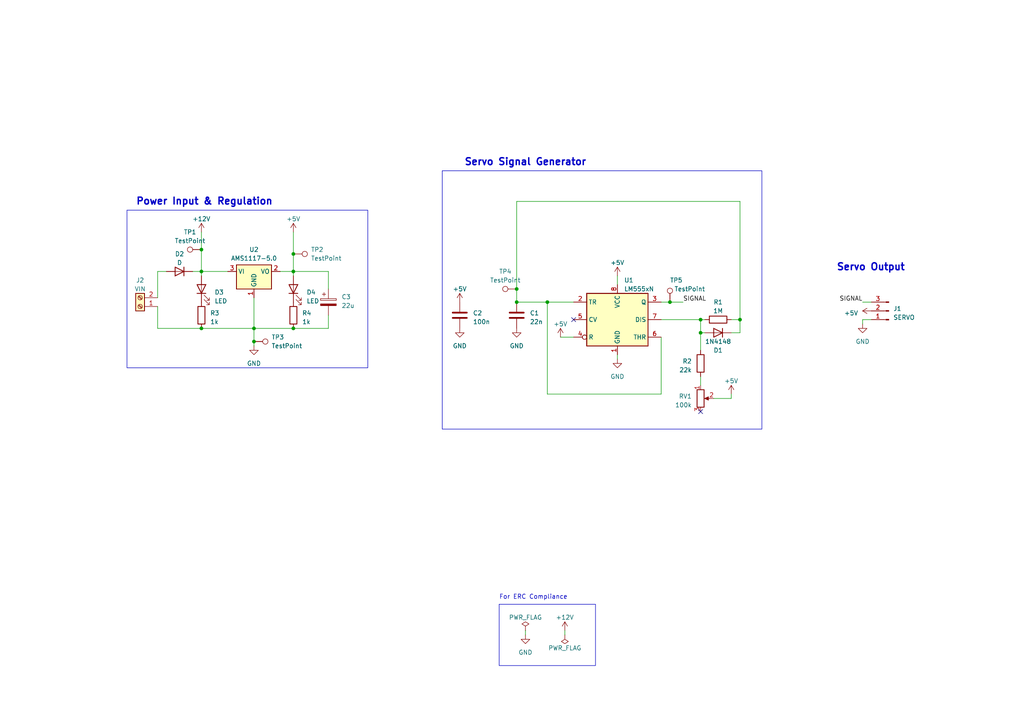
<source format=kicad_sch>
(kicad_sch (version 20230121) (generator eeschema)
  (paper "A4")
  (title_block (title "Servo Controller 555") (company "NU Teams") (comment 1 "Michael Ruppe"))
  (lib_symbols
    (symbol "Connector:Conn_01x03_Pin" (pin_names (offset 1.016) hide)
      (property "Reference" "J" (at 0 5.08 0))
      (property "Value" "Conn_01x03_Pin" (at 0 -5.08 0))
      (symbol "Conn_01x03_Pin_1_1"
        (polyline (pts (xy 1.27 -2.54) (xy 0.8636 -2.54)) (stroke (width 0.1524)))
        (polyline (pts (xy 1.27 0) (xy 0.8636 0)) (stroke (width 0.1524)))
        (polyline (pts (xy 1.27 2.54) (xy 0.8636 2.54)) (stroke (width 0.1524)))
        (rectangle (start 0.8636 -2.413) (end 0 -2.667) (stroke (width 0.1524)) (fill (type outline)))
        (rectangle (start 0.8636 0.127) (end 0 -0.127) (stroke (width 0.1524)) (fill (type outline)))
        (rectangle (start 0.8636 2.667) (end 0 2.413) (stroke (width 0.1524)) (fill (type outline)))
        (pin passive line (at 5.08 2.54 180) (length 3.81) (name "Pin_1") (number "1"))
        (pin passive line (at 5.08 0 180) (length 3.81) (name "Pin_2") (number "2"))
        (pin passive line (at 5.08 -2.54 180) (length 3.81) (name "Pin_3") (number "3"))
      )
    )
    (symbol "Connector:Screw_Terminal_01x02" (pin_names (offset 1.016) hide)
      (property "Reference" "J" (at 0 2.54 0))
      (property "Value" "Screw_Terminal_01x02" (at 0 -5.08 0))
      (symbol "Screw_Terminal_01x02_1_1"
        (rectangle (start -1.27 1.27) (end 1.27 -3.81) (stroke (width 0.254)) (fill (type background)))
        (circle (center 0 -2.54) (radius 0.635) (stroke (width 0.1524)))
        (polyline (pts (xy -0.5334 -2.2098) (xy 0.3302 -3.048)) (stroke (width 0.1524)))
        (polyline (pts (xy -0.5334 0.3302) (xy 0.3302 -0.508)) (stroke (width 0.1524)))
        (polyline (pts (xy -0.3556 -2.032) (xy 0.508 -2.8702)) (stroke (width 0.1524)))
        (polyline (pts (xy -0.3556 0.508) (xy 0.508 -0.3302)) (stroke (width 0.1524)))
        (circle (center 0 0) (radius 0.635) (stroke (width 0.1524)))
        (pin passive line (at -5.08 0 0) (length 3.81) (name "Pin_1") (number "1"))
        (pin passive line (at -5.08 -2.54 0) (length 3.81) (name "Pin_2") (number "2"))
      )
    )
    (symbol "Connector:TestPoint" (pin_numbers hide) (pin_names (offset 0.762) hide)
      (property "Reference" "TP" (at 0 6.858 0))
      (property "Value" "TestPoint" (at 0 5.08 0))
      (symbol "TestPoint_0_1"
        (circle (center 0 3.302) (radius 0.762))
      )
      (symbol "TestPoint_1_1"
        (pin passive line (at 0 0 90) (length 2.54) (name "1") (number "1"))
      )
    )
    (symbol "Device:C" (pin_numbers hide) (pin_names (offset 0.254))
      (property "Reference" "C" (at 0.635 2.54 0))
      (property "Value" "C" (at 0.635 -2.54 0))
      (symbol "C_0_1"
        (polyline (pts (xy -2.032 -0.762) (xy 2.032 -0.762)) (stroke (width 0.508)))
        (polyline (pts (xy -2.032 0.762) (xy 2.032 0.762)) (stroke (width 0.508)))
      )
      (symbol "C_1_1"
        (pin passive line (at 0 3.81 270) (length 2.794) (name "~") (number "1"))
        (pin passive line (at 0 -3.81 90) (length 2.794) (name "~") (number "2"))
      )
    )
    (symbol "Device:C_Polarized" (pin_numbers hide) (pin_names (offset 0.254))
      (property "Reference" "C" (at 0.635 2.54 0))
      (property "Value" "C_Polarized" (at 0.635 -2.54 0))
      (symbol "C_Polarized_0_1"
        (rectangle (start -2.286 0.508) (end 2.286 1.016))
        (polyline (pts (xy -1.778 2.286) (xy -0.762 2.286)))
        (polyline (pts (xy -1.27 2.794) (xy -1.27 1.778)))
        (rectangle (start 2.286 -0.508) (end -2.286 -1.016) (fill (type outline)))
      )
      (symbol "C_Polarized_1_1"
        (pin passive line (at 0 3.81 270) (length 2.794) (name "~") (number "1"))
        (pin passive line (at 0 -3.81 90) (length 2.794) (name "~") (number "2"))
      )
    )
    (symbol "Device:D" (pin_numbers hide) (pin_names (offset 1.016) hide)
      (property "Reference" "D" (at 0 2.54 0))
      (property "Value" "D" (at 0 -2.54 0))
      (symbol "D_0_1"
        (polyline (pts (xy -1.27 1.27) (xy -1.27 -1.27)) (stroke (width 0.254)))
        (polyline (pts (xy 1.27 0) (xy -1.27 0)))
        (polyline (pts (xy 1.27 1.27) (xy 1.27 -1.27) (xy -1.27 0) (xy 1.27 1.27)) (stroke (width 0.254)))
      )
      (symbol "D_1_1"
        (pin passive line (at -3.81 0 0) (length 2.54) (name "K") (number "1"))
        (pin passive line (at 3.81 0 180) (length 2.54) (name "A") (number "2"))
      )
    )
    (symbol "Device:LED" (pin_numbers hide) (pin_names (offset 1.016) hide)
      (property "Reference" "D" (at 0 2.54 0))
      (property "Value" "LED" (at 0 -2.54 0))
      (symbol "LED_0_1"
        (polyline (pts (xy -1.27 -1.27) (xy -1.27 1.27)) (stroke (width 0.254)))
        (polyline (pts (xy -1.27 0) (xy 1.27 0)))
        (polyline (pts (xy 1.27 -1.27) (xy 1.27 1.27) (xy -1.27 0) (xy 1.27 -1.27)) (stroke (width 0.254)))
        (polyline (pts (xy -3.048 -0.762) (xy -4.572 -2.286) (xy -3.81 -2.286) (xy -4.572 -2.286) (xy -4.572 -1.524)))
        (polyline (pts (xy -1.778 -0.762) (xy -3.302 -2.286) (xy -2.54 -2.286) (xy -3.302 -2.286) (xy -3.302 -1.524)))
      )
      (symbol "LED_1_1"
        (pin passive line (at -3.81 0 0) (length 2.54) (name "K") (number "1"))
        (pin passive line (at 3.81 0 180) (length 2.54) (name "A") (number "2"))
      )
    )
    (symbol "Device:R" (pin_numbers hide) (pin_names (offset 0))
      (property "Reference" "R" (at 2.032 0 90))
      (property "Value" "R" (at 0 0 90))
      (symbol "R_0_1"
        (rectangle (start -1.016 -2.54) (end 1.016 2.54) (stroke (width 0.254)))
      )
      (symbol "R_1_1"
        (pin passive line (at 0 3.81 270) (length 1.27) (name "~") (number "1"))
        (pin passive line (at 0 -3.81 90) (length 1.27) (name "~") (number "2"))
      )
    )
    (symbol "Device:R_Potentiometer" (pin_names (offset 1.016) hide)
      (property "Reference" "RV" (at -4.445 0 90))
      (property "Value" "R_Potentiometer" (at -2.54 0 90))
      (symbol "R_Potentiometer_0_1"
        (polyline (pts (xy 2.54 0) (xy 1.524 0)))
        (polyline (pts (xy 1.143 0) (xy 2.286 0.508) (xy 2.286 -0.508) (xy 1.143 0)) (fill (type outline)))
        (rectangle (start 1.016 2.54) (end -1.016 -2.54) (stroke (width 0.254)))
      )
      (symbol "R_Potentiometer_1_1"
        (pin passive line (at 0 3.81 270) (length 1.27) (name "1") (number "1"))
        (pin passive line (at 3.81 0 180) (length 1.27) (name "2") (number "2"))
        (pin passive line (at 0 -3.81 90) (length 1.27) (name "3") (number "3"))
      )
    )
    (symbol "Regulator_Linear:AMS1117-5.0"
      (property "Reference" "U" (at -3.81 3.175 0))
      (property "Value" "AMS1117-5.0" (at 0 3.175 0))
      (symbol "AMS1117-5.0_0_1"
        (rectangle (start -5.08 -5.08) (end 5.08 1.905) (stroke (width 0.254)) (fill (type background)))
      )
      (symbol "AMS1117-5.0_1_1"
        (pin power_in line (at 0 -7.62 90) (length 2.54) (name "GND") (number "1"))
        (pin power_out line (at 7.62 0 180) (length 2.54) (name "VO") (number "2"))
        (pin power_in line (at -7.62 0 0) (length 2.54) (name "VI") (number "3"))
      )
    )
    (symbol "Timer:LM555xN"
      (property "Reference" "U" (at -10.16 8.89 0))
      (property "Value" "LM555xN" (at 2.54 8.89 0))
      (symbol "LM555xN_0_0"
        (pin power_in line (at 0 -10.16 90) (length 2.54) (name "GND") (number "1"))
        (pin power_in line (at 0 10.16 270) (length 2.54) (name "VCC") (number "8"))
      )
      (symbol "LM555xN_0_1"
        (rectangle (start -8.89 -7.62) (end 8.89 7.62) (stroke (width 0.254)) (fill (type background)))
        (rectangle (start -8.89 -7.62) (end 8.89 7.62) (stroke (width 0.254)) (fill (type background)))
      )
      (symbol "LM555xN_1_1"
        (pin input line (at -12.7 5.08 0) (length 3.81) (name "TR") (number "2"))
        (pin output line (at 12.7 5.08 180) (length 3.81) (name "Q") (number "3"))
        (pin input inverted (at -12.7 -5.08 0) (length 3.81) (name "R") (number "4"))
        (pin input line (at -12.7 0 0) (length 3.81) (name "CV") (number "5"))
        (pin input line (at 12.7 -5.08 180) (length 3.81) (name "THR") (number "6"))
        (pin input line (at 12.7 0 180) (length 3.81) (name "DIS") (number "7"))
      )
    )
    (symbol "power:+12V" (power) (pin_names (offset 0))
      (property "Value" "+12V" (at 0 3.556 0))
      (symbol "+12V_0_1"
        (polyline (pts (xy -0.762 1.27) (xy 0 2.54)))
        (polyline (pts (xy 0 0) (xy 0 2.54)))
        (polyline (pts (xy 0 2.54) (xy 0.762 1.27)))
      )
      (symbol "+12V_1_1"
        (pin power_in line (at 0 0 90) (length 0) hide (name "+12V") (number "1"))
      )
    )
    (symbol "power:+5V" (power) (pin_names (offset 0))
      (property "Value" "+5V" (at 0 3.556 0))
      (symbol "+5V_0_1"
        (polyline (pts (xy -0.762 1.27) (xy 0 2.54)))
        (polyline (pts (xy 0 0) (xy 0 2.54)))
        (polyline (pts (xy 0 2.54) (xy 0.762 1.27)))
      )
      (symbol "+5V_1_1"
        (pin power_in line (at 0 0 90) (length 0) hide (name "+5V") (number "1"))
      )
    )
    (symbol "power:GND" (power) (pin_names (offset 0))
      (property "Value" "GND" (at 0 -3.81 0))
      (symbol "GND_0_1"
        (polyline (pts (xy 0 0) (xy 0 -1.27) (xy 1.27 -1.27) (xy 0 -2.54) (xy -1.27 -1.27) (xy 0 -1.27)))
      )
      (symbol "GND_1_1"
        (pin power_in line (at 0 0 270) (length 0) hide (name "GND") (number "1"))
      )
    )
    (symbol "power:PWR_FLAG" (power) (pin_numbers hide) (pin_names (offset 0) hide)
      (property "Value" "PWR_FLAG" (at 0 3.81 0))
      (symbol "PWR_FLAG_0_0"
        (pin power_out line (at 0 0 90) (length 0) (name "pwr") (number "1"))
      )
      (symbol "PWR_FLAG_0_1"
        (polyline (pts (xy 0 0) (xy 0 1.27) (xy -1.016 1.905) (xy 0 2.54) (xy 1.016 1.905) (xy 0 1.27)))
      )
    )
  )
  (junction (at 58.42 72.39))
  (junction (at 203.2 96.52))
  (junction (at 85.09 78.74))
  (junction (at 149.86 87.63))
  (junction (at 158.75 87.63))
  (junction (at 58.42 78.74))
  (junction (at 194.31 87.63))
  (junction (at 73.66 95.25))
  (junction (at 73.66 99.06))
  (junction (at 214.63 92.71))
  (junction (at 85.09 73.66))
  (junction (at 85.09 95.25))
  (junction (at 149.86 83.82))
  (junction (at 58.42 95.25))
  (junction (at 203.2 92.71))
  (no_connect (at 203.2 119.38))
  (no_connect (at 166.37 92.71))
  (wire (pts (xy 250.19 87.63) (xy 252.73 87.63)))
  (wire (pts (xy 55.88 78.74) (xy 58.42 78.74)))
  (wire (pts (xy 250.19 93.98) (xy 250.19 92.71)))
  (wire (pts (xy 212.09 92.71) (xy 214.63 92.71)))
  (wire (pts (xy 194.31 87.63) (xy 198.12 87.63)))
  (wire (pts (xy 207.01 115.57) (xy 212.09 115.57)))
  (wire (pts (xy 85.09 67.31) (xy 85.09 73.66)))
  (wire (pts (xy 58.42 78.74) (xy 58.42 80.01)))
  (wire (pts (xy 191.77 92.71) (xy 203.2 92.71)))
  (wire (pts (xy 73.66 95.25) (xy 85.09 95.25)))
  (wire (pts (xy 149.86 87.63) (xy 149.86 83.82)))
  (wire (pts (xy 73.66 99.06) (xy 73.66 95.25)))
  (wire (pts (xy 45.72 86.36) (xy 45.72 78.74)))
  (wire (pts (xy 73.66 100.33) (xy 73.66 99.06)))
  (wire (pts (xy 203.2 96.52) (xy 203.2 92.71)))
  (wire (pts (xy 214.63 92.71) (xy 214.63 96.52)))
  (wire (pts (xy 158.75 87.63) (xy 158.75 114.3)))
  (wire (pts (xy 149.86 87.63) (xy 158.75 87.63)))
  (wire (pts (xy 149.86 58.42) (xy 214.63 58.42)))
  (wire (pts (xy 58.42 72.39) (xy 58.42 78.74)))
  (wire (pts (xy 158.75 87.63) (xy 166.37 87.63)))
  (wire (pts (xy 204.47 96.52) (xy 203.2 96.52)))
  (wire (pts (xy 45.72 88.9) (xy 45.72 95.25)))
  (wire (pts (xy 85.09 73.66) (xy 85.09 78.74)))
  (wire (pts (xy 58.42 67.31) (xy 58.42 72.39)))
  (wire (pts (xy 152.4 182.88) (xy 152.4 184.15)))
  (wire (pts (xy 85.09 95.25) (xy 95.25 95.25)))
  (wire (pts (xy 214.63 96.52) (xy 212.09 96.52)))
  (wire (pts (xy 45.72 78.74) (xy 48.26 78.74)))
  (wire (pts (xy 203.2 92.71) (xy 204.47 92.71)))
  (wire (pts (xy 162.56 97.79) (xy 166.37 97.79)))
  (wire (pts (xy 214.63 58.42) (xy 214.63 92.71)))
  (wire (pts (xy 179.07 80.01) (xy 179.07 82.55)))
  (wire (pts (xy 203.2 109.22) (xy 203.2 111.76)))
  (wire (pts (xy 58.42 95.25) (xy 73.66 95.25)))
  (wire (pts (xy 179.07 102.87) (xy 179.07 104.14)))
  (wire (pts (xy 250.19 92.71) (xy 252.73 92.71)))
  (wire (pts (xy 158.75 114.3) (xy 191.77 114.3)))
  (wire (pts (xy 163.83 182.88) (xy 163.83 184.15)))
  (wire (pts (xy 149.86 83.82) (xy 149.86 58.42)))
  (wire (pts (xy 85.09 78.74) (xy 95.25 78.74)))
  (wire (pts (xy 191.77 114.3) (xy 191.77 97.79)))
  (wire (pts (xy 58.42 78.74) (xy 66.04 78.74)))
  (wire (pts (xy 95.25 95.25) (xy 95.25 91.44)))
  (wire (pts (xy 95.25 78.74) (xy 95.25 83.82)))
  (wire (pts (xy 81.28 78.74) (xy 85.09 78.74)))
  (wire (pts (xy 45.72 95.25) (xy 58.42 95.25)))
  (wire (pts (xy 212.09 115.57) (xy 212.09 114.3)))
  (wire (pts (xy 203.2 96.52) (xy 203.2 101.6)))
  (wire (pts (xy 191.77 87.63) (xy 194.31 87.63)))
  (wire (pts (xy 85.09 78.74) (xy 85.09 80.01)))
  (wire (pts (xy 73.66 95.25) (xy 73.66 86.36)))
  (rectangle (start 128.27 49.53) (end 220.98 124.46))
  (rectangle (start 36.83 60.96) (end 106.68 106.68))
  (rectangle (start 144.78 175.26) (end 172.72 193.04))
  (text "For ERC Compliance" (at 144.78 173.99 0) (effects (font (size 1.27 1.27)) (justify left bottom)))
  (text "Servo Output" (at 242.57 78.74 0) (effects (font (size 2 2) (thickness 0.4) bold) (justify left bottom)))
  (text "Power Input & Regulation" (at 39.37 59.69 0) (effects (font (size 2 2) (thickness 0.4) bold) (justify left bottom)))
  (text "Servo Signal Generator" (at 134.62 48.26 0) (effects (font (size 2 2) (thickness 0.4) bold) (justify left bottom)))
  (label "SIGNAL" (at 198.12 87.63 0))
  (label "SIGNAL" (at 250.19 87.63 180))
  (symbol (lib_id "Device:R") (at 203.2 105.41 0) (mirror x) (unit 1)
    (property "Reference" "R2" (at 200.66 104.775 0) (effects (justify right)))
    (property "Value" "22k" (at 200.66 107.315 0) (effects (justify right)))
    (property "Footprint" "Resistor_THT:R_Axial_DIN0204_L3.6mm_D1.6mm_P7.62mm_Horizontal" (effects hide))
    (property "Link" "https://www.lcsc.com/product-detail/Through-Hole-Resistors_VO-MO1-4W-22K-5-ST52_C479388.html" (effects hide))
  )
  (symbol (lib_id "Device:LED") (at 85.09 83.82 90) (unit 1)
    (property "Reference" "D4" (at 88.9 84.7725 90) (effects (justify right)))
    (property "Value" "LED" (at 88.9 87.3125 90) (effects (justify right)))
    (property "Footprint" "LED_THT:LED_D5.0mm" (effects hide))
    (property "Link" "https://www.lcsc.com/product-detail/Light-Emitting-Diodes-span-style-background-color-ff0-LED-span_XINGLIGHT-XL-502SURD_C2895492.html" (effects hide))
  )
  (symbol (lib_id "Connector:TestPoint") (at 149.86 83.82 90) (unit 1)
    (property "Reference" "TP4" (at 146.558 78.74 90))
    (property "Value" "TestPoint" (at 146.558 81.28 90))
    (property "Footprint" "TestPoint:TestPoint_Loop_D1.80mm_Drill1.0mm_Beaded" (effects hide))
    (property "Datasheet" "https://www.keyelco.com/product-pdf.cfm?p=1309" (effects hide))
    (property "Link" "https://www.lcsc.com/product-detail/Thimble-Copper-Rod-span-style-background-color-ff0-Test-span-Ring_ronghe-RH-5002_C5199802.html" (effects hide))
  )
  (symbol (lib_id "power:GND") (at 73.66 100.33 0) (unit 1)
    (property "Reference" "#PWR010" (effects hide))
    (property "Value" "GND" (at 73.66 105.41 0))
  )
  (symbol (lib_id "power:+5V") (at 162.56 97.79 0) (unit 1)
    (property "Reference" "#PWR05" (effects hide))
    (property "Value" "+5V" (at 162.56 93.98 0))
  )
  (symbol (lib_id "Device:R") (at 85.09 91.44 0) (unit 1)
    (property "Reference" "R4" (at 87.63 90.805 0) (effects (justify left)))
    (property "Value" "1k" (at 87.63 93.345 0) (effects (justify left)))
    (property "Footprint" "Resistor_THT:R_Axial_DIN0204_L3.6mm_D1.6mm_P7.62mm_Horizontal" (effects hide))
    (property "Link" "https://www.lcsc.com/product-detail/Through-Hole-Resistors_Huaxing-Mechanical-Elec-MF1-4W-1K-1-T52_C713997.html" (effects hide))
  )
  (symbol (lib_id "Device:C") (at 149.86 91.44 0) (unit 1)
    (property "Reference" "C1" (at 153.67 90.805 0) (effects (justify left)))
    (property "Value" "22n" (at 153.67 93.345 0) (effects (justify left)))
    (property "Footprint" "Capacitor_THT:C_Disc_D3.8mm_W2.6mm_P2.50mm" (effects hide))
    (property "Link" "https://www.lcsc.com/product-detail/Ceramic-Disc-Capacitors_Dersonic-CC1H223ZA1FD3F4D10MF_C254098.html" (effects hide))
  )
  (symbol (lib_id "Device:C") (at 133.35 91.44 0) (unit 1)
    (property "Reference" "C2" (at 137.16 90.805 0) (effects (justify left)))
    (property "Value" "100n" (at 137.16 93.345 0) (effects (justify left)))
    (property "Footprint" "Capacitor_THT:C_Disc_D3.8mm_W2.6mm_P2.50mm" (effects hide))
    (property "Link" "https://www.lcsc.com/product-detail/Ceramic-Disc-Capacitors_Dersonic-CC1H104ZA1ED3F5P1100_C2832506.html" (effects hide))
  )
  (symbol (lib_id "power:GND") (at 133.35 95.25 0) (unit 1)
    (property "Reference" "#PWR06" (effects hide))
    (property "Value" "GND" (at 133.35 100.33 0))
  )
  (symbol (lib_id "Device:R_Potentiometer") (at 203.2 115.57 0) (unit 1)
    (property "Reference" "RV1" (at 200.66 114.935 0) (effects (justify right)))
    (property "Value" "100k" (at 200.66 117.475 0) (effects (justify right)))
    (property "Footprint" "Potentiometer_THT:Potentiometer_Bourns_PTV09A-1_Single_Vertical" (effects hide))
    (property "Link" "https://www.digikey.com.au/en/products/detail/bourns-inc/PTV09A-4025F-B104/3820577?s=N4IgTCBcDaIA4BcBuAGAnAQwLQBYVgFYAzLAIwEYUcQBdAXyA" (effects hide))
  )
  (symbol (lib_id "Device:R") (at 58.42 91.44 0) (unit 1)
    (property "Reference" "R3" (at 60.96 90.805 0) (effects (justify left)))
    (property "Value" "1k" (at 60.96 93.345 0) (effects (justify left)))
    (property "Footprint" "Resistor_SMD:R_1206_3216Metric" (effects hide))
    (property "Link" "https://www.lcsc.com/product-detail/Chip-span-style-background-color-ff0-Resistor-span-Surface-Mount_VO-SCR1206J1K_C3018015.html" (effects hide))
  )
  (symbol (lib_id "power:PWR_FLAG") (at 152.4 182.88 0) (unit 1)
    (property "Reference" "#FLG01" (effects hide))
    (property "Value" "PWR_FLAG" (at 152.4 179.07 0))
  )
  (symbol (lib_id "power:+12V") (at 58.42 67.31 0) (unit 1)
    (property "Reference" "#PWR012" (effects hide))
    (property "Value" "+12V" (at 58.42 63.5 0))
  )
  (symbol (lib_id "power:GND") (at 149.86 95.25 0) (unit 1)
    (property "Reference" "#PWR03" (effects hide))
    (property "Value" "GND" (at 149.86 100.33 0))
  )
  (symbol (lib_id "Connector:TestPoint") (at 194.31 87.63 0) (unit 1)
    (property "Reference" "TP5" (at 194.31 81.28 0) (effects (justify left)))
    (property "Value" "TestPoint" (at 195.58 83.82 0) (effects (justify left)))
    (property "Footprint" "TestPoint:TestPoint_Loop_D1.80mm_Drill1.0mm_Beaded" (effects hide))
    (property "Datasheet" "https://www.keyelco.com/product-pdf.cfm?p=1309" (effects hide))
    (property "Link" "https://www.lcsc.com/product-detail/Thimble-Copper-Rod-span-style-background-color-ff0-Test-span-Ring_ronghe-RH-5002_C5199802.html" (effects hide))
  )
  (symbol (lib_id "Connector:TestPoint") (at 85.09 73.66 270) (unit 1)
    (property "Reference" "TP2" (at 90.17 72.39 90) (effects (justify left)))
    (property "Value" "TestPoint" (at 90.17 74.93 90) (effects (justify left)))
    (property "Footprint" "TestPoint:TestPoint_Loop_D1.80mm_Drill1.0mm_Beaded" (effects hide))
    (property "Datasheet" "https://www.keyelco.com/product-pdf.cfm?p=1309" (effects hide))
    (property "Link" "https://www.lcsc.com/product-detail/Thimble-Copper-Rod-span-style-background-color-ff0-Test-span-Ring_ronghe-RH-5002_C5199802.html" (effects hide))
  )
  (symbol (lib_id "Connector:TestPoint") (at 58.42 72.39 90) (unit 1)
    (property "Reference" "TP1" (at 55.118 67.31 90))
    (property "Value" "TestPoint" (at 55.118 69.85 90))
    (property "Footprint" "TestPoint:TestPoint_Loop_D1.80mm_Drill1.0mm_Beaded" (effects hide))
    (property "Datasheet" "https://www.keyelco.com/product-pdf.cfm?p=1309" (effects hide))
    (property "Link" "https://www.lcsc.com/product-detail/Thimble-Copper-Rod-span-style-background-color-ff0-Test-span-Ring_ronghe-RH-5002_C5199802.html" (effects hide))
  )
  (symbol (lib_id "power:+5V") (at 212.09 114.3 0) (unit 1)
    (property "Reference" "#PWR04" (effects hide))
    (property "Value" "+5V" (at 212.09 110.49 0))
  )
  (symbol (lib_id "power:GND") (at 179.07 104.14 0) (unit 1)
    (property "Reference" "#PWR02" (effects hide))
    (property "Value" "GND" (at 179.07 109.22 0))
  )
  (symbol (lib_id "power:+5V") (at 252.73 90.17 90) (unit 1)
    (property "Reference" "#PWR09" (effects hide))
    (property "Value" "+5V" (at 248.92 90.805 90) (effects (justify left)))
  )
  (symbol (lib_id "Device:LED") (at 58.42 83.82 90) (unit 1)
    (property "Reference" "D3" (at 62.23 84.7725 90) (effects (justify right)))
    (property "Value" "LED" (at 62.23 87.3125 90) (effects (justify right)))
    (property "Footprint" "LED_SMD:LED_0805_2012Metric_Pad1.15x1.40mm_HandSolder" (effects hide))
    (property "Link" "https://www.lcsc.com/product-detail/Light-Emitting-Diodes-span-style-background-color-ff0-LED-span_Orient-ORH-YG35A_C205449.html" (effects hide))
  )
  (symbol (lib_id "power:GND") (at 152.4 184.15 0) (unit 1)
    (property "Reference" "#PWR014" (effects hide))
    (property "Value" "GND" (at 152.4 189.23 0))
  )
  (symbol (lib_id "Connector:Screw_Terminal_01x02") (at 40.64 88.9 180) (unit 1)
    (property "Reference" "J2" (at 40.64 81.28 0))
    (property "Value" "VIN" (at 40.64 83.82 0))
    (property "Footprint" "TerminalBlock_Phoenix:TerminalBlock_Phoenix_MKDS-1,5-2_1x02_P5.00mm_Horizontal" (effects hide))
    (property "Link" "https://www.lcsc.com/product-detail/Screw-span-style-background-color-ff0-terminal-span_Ningbo-Kangnex-Elec-WJ126V-5-0-2P_C8404.html" (effects hide))
  )
  (symbol (lib_id "Regulator_Linear:AMS1117-5.0") (at 73.66 78.74 0) (unit 1)
    (property "Reference" "U2" (at 73.66 72.39 0))
    (property "Value" "AMS1117-5.0" (at 73.66 74.93 0))
    (property "Footprint" "Package_TO_SOT_SMD:SOT-223-3_TabPin2" (effects hide))
    (property "Datasheet" "http://www.advanced-monolithic.com/pdf/ds1117.pdf" (effects hide))
    (property "Link" "https://www.lcsc.com/product-detail/Linear-Voltage-Regulators-LDO_Slkor-SLKORMICRO-Elec-AMS1117-5-0_C473812.html" (effects hide))
  )
  (symbol (lib_id "Connector:Conn_01x03_Pin") (at 257.81 90.17 180) (unit 1)
    (property "Reference" "J1" (at 259.08 89.535 0) (effects (justify right)))
    (property "Value" "SERVO" (at 259.08 92.075 0) (effects (justify right)))
    (property "Footprint" "Connector_PinHeader_2.54mm:PinHeader_1x03_P2.54mm_Vertical" (effects hide))
    (property "Link" "https://www.lcsc.com/product-detail/span-style-background-color-ff0-Pin-span-Headers_BOOMELE-Boom-Precision-Elec-C49257_C49257.html" (effects hide))
  )
  (symbol (lib_id "power:+5V") (at 85.09 67.31 0) (unit 1)
    (property "Reference" "#PWR011" (effects hide))
    (property "Value" "+5V" (at 85.09 63.5 0))
  )
  (symbol (lib_id "power:PWR_FLAG") (at 163.83 184.15 180) (unit 1)
    (property "Reference" "#FLG0101" (effects hide))
    (property "Value" "PWR_FLAG" (at 163.83 187.96 0))
  )
  (symbol (lib_id "Device:R") (at 208.28 92.71 90) (unit 1)
    (property "Reference" "R1" (at 208.28 87.63 90))
    (property "Value" "1M" (at 208.28 90.17 90))
    (property "Footprint" "Resistor_THT:R_Axial_DIN0204_L3.6mm_D1.6mm_P7.62mm_Horizontal" (effects hide))
    (property "Link" "https://www.lcsc.com/product-detail/Through-Hole-Resistors_VO-CR1-4W-1M-5-ST52_C2894664.html" (effects hide))
  )
  (symbol (lib_id "power:+5V") (at 179.07 80.01 0) (unit 1)
    (property "Reference" "#PWR01" (effects hide))
    (property "Value" "+5V" (at 179.07 76.2 0))
  )
  (symbol (lib_id "Device:D") (at 52.07 78.74 180) (unit 1)
    (property "Reference" "D2" (at 52.07 73.66 0))
    (property "Value" "D" (at 52.07 76.2 0))
    (property "Footprint" "Diode_SMD:D_SMA_Handsoldering" (effects hide))
    (property "Sim.Device" "D" (effects hide))
    (property "Sim.Pins" "1=K 2=A" (effects hide))
    (property "Link" "https://www.lcsc.com/product-detail/Schottky-Barrier-Diodes-SBD_TWGMC-SS34_C727060.html" (effects hide))
  )
  (symbol (lib_id "Device:C_Polarized") (at 95.25 87.63 0) (unit 1)
    (property "Reference" "C3" (at 99.06 86.106 0) (effects (justify left)))
    (property "Value" "22u" (at 99.06 88.646 0) (effects (justify left)))
    (property "Footprint" "Capacitor_SMD:C_0805_2012Metric_Pad1.18x1.45mm_HandSolder" (effects hide))
    (property "Link" "https://www.lcsc.com/product-detail/Multilayer-Ceramic-Capacitors-MLCC-SMD-SMT_SANYEAR-C0805X6S226M6R3NT_C2835558.html" (effects hide))
  )
  (symbol (lib_id "Connector:TestPoint") (at 73.66 99.06 270) (unit 1)
    (property "Reference" "TP3" (at 78.74 97.79 90) (effects (justify left)))
    (property "Value" "TestPoint" (at 78.74 100.33 90) (effects (justify left)))
    (property "Footprint" "TestPoint:TestPoint_Loop_D1.80mm_Drill1.0mm_Beaded" (effects hide))
    (property "Datasheet" "https://www.keyelco.com/product-pdf.cfm?p=1309" (effects hide))
    (property "Link" "https://www.lcsc.com/product-detail/Thimble-Copper-Rod-span-style-background-color-ff0-Test-span-Ring_ronghe-RH-5002_C5199802.html" (effects hide))
  )
  (symbol (lib_id "power:+12V") (at 163.83 182.88 0) (unit 1)
    (property "Reference" "#PWR013" (effects hide))
    (property "Value" "+12V" (at 163.83 179.07 0))
  )
  (symbol (lib_id "Device:D") (at 208.28 96.52 0) (mirror y) (unit 1)
    (property "Reference" "D1" (at 208.28 101.6 0))
    (property "Value" "1N4148" (at 208.28 99.06 0))
    (property "Footprint" "Diode_THT:D_DO-35_SOD27_P7.62mm_Horizontal" (effects hide))
    (property "Sim.Device" "D" (effects hide))
    (property "Sim.Pins" "1=K 2=A" (effects hide))
    (property "Link" "https://www.lcsc.com/product-detail/Switching-Diode_LGE-1N4148_C402212.html" (effects hide))
  )
  (symbol (lib_id "Timer:LM555xN") (at 179.07 92.71 0) (unit 1)
    (property "Reference" "U1" (at 181.0259 81.28 0) (effects (justify left)))
    (property "Value" "LM555xN" (at 181.0259 83.82 0) (effects (justify left)))
    (property "Footprint" "Package_DIP:DIP-8_W7.62mm" (effects hide))
    (property "Datasheet" "http://www.ti.com/lit/ds/symlink/lm555.pdf" (effects hide))
    (property "Link" "https://www.lcsc.com/product-detail/Timers-Clock-Oscillators_Gcore-NE555_C5157852.html" (effects hide))
  )
  (symbol (lib_id "power:GND") (at 250.19 93.98 0) (unit 1)
    (property "Reference" "#PWR08" (effects hide))
    (property "Value" "GND" (at 250.19 99.06 0))
  )
  (symbol (lib_id "power:+5V") (at 133.35 87.63 0) (unit 1)
    (property "Reference" "#PWR07" (effects hide))
    (property "Value" "+5V" (at 133.35 83.82 0))
  )
)
</source>
